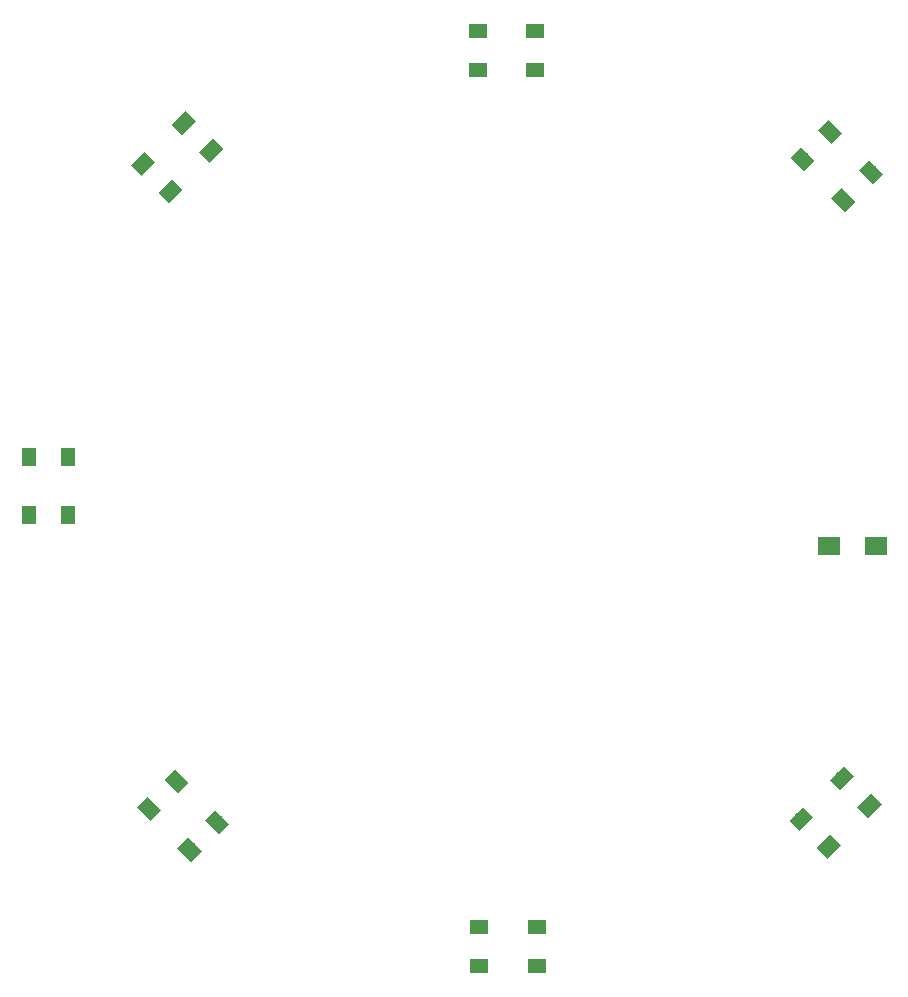
<source format=gbr>
G04 #@! TF.GenerationSoftware,KiCad,Pcbnew,6.0.0-rc1-unknown-7b10490~66~ubuntu16.04.1*
G04 #@! TF.CreationDate,2018-10-31T12:07:25-07:00*
G04 #@! TF.ProjectId,HG_002,48475f30-3032-42e6-9b69-6361645f7063,rev?*
G04 #@! TF.SameCoordinates,Original*
G04 #@! TF.FileFunction,Paste,Top*
G04 #@! TF.FilePolarity,Positive*
%FSLAX46Y46*%
G04 Gerber Fmt 4.6, Leading zero omitted, Abs format (unit mm)*
G04 Created by KiCad (PCBNEW 6.0.0-rc1-unknown-7b10490~66~ubuntu16.04.1) date Wed 31 Oct 2018 12:07:25 PM MST*
%MOMM*%
%LPD*%
G01*
G04 APERTURE LIST*
%ADD10R,1.847600X1.547600*%
%ADD11C,1.247600*%
%ADD12C,0.100000*%
%ADD13R,1.647600X1.247600*%
%ADD14R,1.247600X1.647600*%
G04 APERTURE END LIST*
D10*
G04 #@! TO.C,On*
X176435000Y-102870000D03*
X180435000Y-102870000D03*
G04 #@! TD*
D11*
G04 #@! TO.C,LED1*
X177696376Y-73605242D03*
D12*
G36*
X176672768Y-73463821D02*
X177554955Y-72581634D01*
X178719984Y-73746663D01*
X177837797Y-74628850D01*
X176672768Y-73463821D01*
X176672768Y-73463821D01*
G37*
D11*
X180031242Y-71270376D03*
D12*
G36*
X179007634Y-71128955D02*
X179889821Y-70246768D01*
X181054850Y-71411797D01*
X180172663Y-72293984D01*
X179007634Y-71128955D01*
X179007634Y-71128955D01*
G37*
D11*
X176582824Y-67821958D03*
D12*
G36*
X175559216Y-67680537D02*
X176441403Y-66798350D01*
X177606432Y-67963379D01*
X176724245Y-68845566D01*
X175559216Y-67680537D01*
X175559216Y-67680537D01*
G37*
D11*
X174247958Y-70156824D03*
D12*
G36*
X173224350Y-70015403D02*
X174106537Y-69133216D01*
X175271566Y-70298245D01*
X174389379Y-71180432D01*
X173224350Y-70015403D01*
X173224350Y-70015403D01*
G37*
G04 #@! TD*
D13*
G04 #@! TO.C,LED2*
X146735800Y-62611000D03*
X146735800Y-59309000D03*
X151612600Y-59309000D03*
X151612600Y-62611000D03*
G04 #@! TD*
D11*
G04 #@! TO.C,LED3*
X120728224Y-72868642D03*
D12*
G36*
X120586803Y-73892250D02*
X119704616Y-73010063D01*
X120869645Y-71845034D01*
X121751832Y-72727221D01*
X120586803Y-73892250D01*
X120586803Y-73892250D01*
G37*
D11*
X118393358Y-70533776D03*
D12*
G36*
X118251937Y-71557384D02*
X117369750Y-70675197D01*
X118534779Y-69510168D01*
X119416966Y-70392355D01*
X118251937Y-71557384D01*
X118251937Y-71557384D01*
G37*
D11*
X121841776Y-67085358D03*
D12*
G36*
X121700355Y-68108966D02*
X120818168Y-67226779D01*
X121983197Y-66061750D01*
X122865384Y-66943937D01*
X121700355Y-68108966D01*
X121700355Y-68108966D01*
G37*
D11*
X124176642Y-69420224D03*
D12*
G36*
X124035221Y-70443832D02*
X123153034Y-69561645D01*
X124318063Y-68396616D01*
X125200250Y-69278803D01*
X124035221Y-70443832D01*
X124035221Y-70443832D01*
G37*
G04 #@! TD*
D14*
G04 #@! TO.C,LED4*
X108737400Y-95402400D03*
X112039400Y-95402400D03*
X112039400Y-100279200D03*
X108737400Y-100279200D03*
G04 #@! TD*
D11*
G04 #@! TO.C,LED5*
X122326400Y-128600200D03*
D12*
G36*
X121302792Y-128458779D02*
X122184979Y-127576592D01*
X123350008Y-128741621D01*
X122467821Y-129623808D01*
X121302792Y-128458779D01*
X121302792Y-128458779D01*
G37*
D11*
X124661266Y-126265334D03*
D12*
G36*
X123637658Y-126123913D02*
X124519845Y-125241726D01*
X125684874Y-126406755D01*
X124802687Y-127288942D01*
X123637658Y-126123913D01*
X123637658Y-126123913D01*
G37*
D11*
X121212848Y-122816916D03*
D12*
G36*
X120189240Y-122675495D02*
X121071427Y-121793308D01*
X122236456Y-122958337D01*
X121354269Y-123840524D01*
X120189240Y-122675495D01*
X120189240Y-122675495D01*
G37*
D11*
X118877982Y-125151782D03*
D12*
G36*
X117854374Y-125010361D02*
X118736561Y-124128174D01*
X119901590Y-125293203D01*
X119019403Y-126175390D01*
X117854374Y-125010361D01*
X117854374Y-125010361D01*
G37*
G04 #@! TD*
D13*
G04 #@! TO.C,LED6*
X146862800Y-138455400D03*
X146862800Y-135153400D03*
X151739600Y-135153400D03*
X151739600Y-138455400D03*
G04 #@! TD*
D11*
G04 #@! TO.C,LED7*
X179904242Y-124893824D03*
D12*
G36*
X179762821Y-125917432D02*
X178880634Y-125035245D01*
X180045663Y-123870216D01*
X180927850Y-124752403D01*
X179762821Y-125917432D01*
X179762821Y-125917432D01*
G37*
D11*
X177569376Y-122558958D03*
D12*
G36*
X177427955Y-123582566D02*
X176545768Y-122700379D01*
X177710797Y-121535350D01*
X178592984Y-122417537D01*
X177427955Y-123582566D01*
X177427955Y-123582566D01*
G37*
D11*
X174120958Y-126007376D03*
D12*
G36*
X173979537Y-127030984D02*
X173097350Y-126148797D01*
X174262379Y-124983768D01*
X175144566Y-125865955D01*
X173979537Y-127030984D01*
X173979537Y-127030984D01*
G37*
D11*
X176455824Y-128342242D03*
D12*
G36*
X176314403Y-129365850D02*
X175432216Y-128483663D01*
X176597245Y-127318634D01*
X177479432Y-128200821D01*
X176314403Y-129365850D01*
X176314403Y-129365850D01*
G37*
G04 #@! TD*
M02*

</source>
